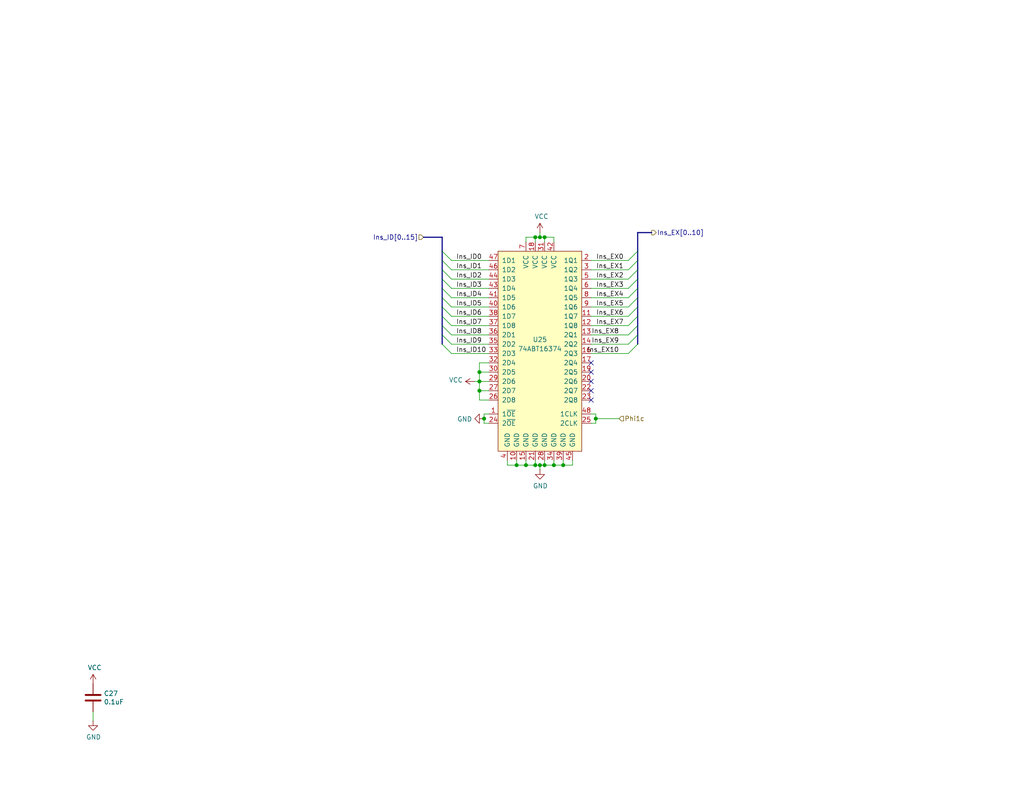
<source format=kicad_sch>
(kicad_sch (version 20250114) (generator "eeschema") (generator_version "9.0")
  (paper "USLetter")
  (title_block (date "2025-07-01") (rev "A"))
  (lib_symbols
    (symbol "Device:C" (pin_numbers (hide yes)) (pin_names (offset 0.254))
      (property "Reference" "C" (at 0.635 2.54 0))
      (property "Value" "C" (at 0.635 -2.54 0))
      (symbol "C_0_1"
        (polyline (pts (xy -2.032 0.762) (xy 2.032 0.762)) (stroke (width 0.508)))
        (polyline (pts (xy -2.032 -0.762) (xy 2.032 -0.762)) (stroke (width 0.508)))
      )
      (symbol "C_1_1"
        (pin passive line (at 0 3.81 270) (length 2.794) (name "~") (number "1"))
        (pin passive line (at 0 -3.81 90) (length 2.794) (name "~") (number "2"))
      )
    )
    (symbol "Turtle16:74ABT16374" (pin_names (offset 1.016))
      (symbol "74ABT16374_0_0"
        (pin input line (at -13.97 21.59 0) (length 2.54) (name "1D1") (number "47"))
        (pin input line (at -13.97 19.05 0) (length 2.54) (name "1D2") (number "46"))
        (pin input line (at -13.97 16.51 0) (length 2.54) (name "1D3") (number "44"))
        (pin input line (at -13.97 13.97 0) (length 2.54) (name "1D4") (number "43"))
        (pin input line (at -13.97 11.43 0) (length 2.54) (name "1D5") (number "41"))
        (pin input line (at -13.97 8.89 0) (length 2.54) (name "1D6") (number "40"))
        (pin input line (at -13.97 6.35 0) (length 2.54) (name "1D7") (number "38"))
        (pin input line (at -13.97 3.81 0) (length 2.54) (name "1D8") (number "37"))
        (pin input line (at -13.97 1.27 0) (length 2.54) (name "2D1") (number "36"))
        (pin input line (at -13.97 -1.27 0) (length 2.54) (name "2D2") (number "35"))
        (pin input line (at -13.97 -3.81 0) (length 2.54) (name "2D3") (number "33"))
        (pin input line (at -13.97 -6.35 0) (length 2.54) (name "2D4") (number "32"))
        (pin input line (at -13.97 -8.89 0) (length 2.54) (name "2D5") (number "30"))
        (pin input line (at -13.97 -11.43 0) (length 2.54) (name "2D6") (number "29"))
        (pin input line (at -13.97 -13.97 0) (length 2.54) (name "2D7") (number "27"))
        (pin input line (at -13.97 -16.51 0) (length 2.54) (name "2D8") (number "26"))
        (pin input line (at -13.97 -20.32 0) (length 2.54) (name "1~{OE}") (number "1"))
        (pin input line (at -13.97 -22.86 0) (length 2.54) (name "2~{OE}") (number "24"))
        (pin power_in line (at -8.89 -33.02 90) (length 2.54) (name "GND") (number "4"))
        (pin power_in line (at -6.35 -33.02 90) (length 2.54) (name "GND") (number "10"))
        (pin power_in line (at -3.81 26.67 270) (length 2.54) (name "VCC") (number "7"))
        (pin power_in line (at -3.81 -33.02 90) (length 2.54) (name "GND") (number "15"))
        (pin power_in line (at -1.27 26.67 270) (length 2.54) (name "VCC") (number "18"))
        (pin power_in line (at -1.27 -33.02 90) (length 2.54) (name "GND") (number "21"))
        (pin power_in line (at 1.27 26.67 270) (length 2.54) (name "VCC") (number "31"))
        (pin power_in line (at 1.27 -33.02 90) (length 2.54) (name "GND") (number "28"))
        (pin power_in line (at 3.81 26.67 270) (length 2.54) (name "VCC") (number "42"))
        (pin power_in line (at 3.81 -33.02 90) (length 2.54) (name "GND") (number "34"))
        (pin power_in line (at 6.35 -33.02 90) (length 2.54) (name "GND") (number "39"))
        (pin power_in line (at 8.89 -33.02 90) (length 2.54) (name "GND") (number "45"))
        (pin tri_state line (at 13.97 21.59 180) (length 2.54) (name "1Q1") (number "2"))
        (pin tri_state line (at 13.97 19.05 180) (length 2.54) (name "1Q2") (number "3"))
        (pin tri_state line (at 13.97 16.51 180) (length 2.54) (name "1Q3") (number "5"))
        (pin tri_state line (at 13.97 13.97 180) (length 2.54) (name "1Q4") (number "6"))
        (pin tri_state line (at 13.97 11.43 180) (length 2.54) (name "1Q5") (number "8"))
        (pin tri_state line (at 13.97 8.89 180) (length 2.54) (name "1Q6") (number "9"))
        (pin tri_state line (at 13.97 6.35 180) (length 2.54) (name "1Q7") (number "11"))
        (pin tri_state line (at 13.97 3.81 180) (length 2.54) (name "1Q8") (number "12"))
        (pin tri_state line (at 13.97 1.27 180) (length 2.54) (name "2Q1") (number "13"))
        (pin tri_state line (at 13.97 -1.27 180) (length 2.54) (name "2Q2") (number "14"))
        (pin tri_state line (at 13.97 -3.81 180) (length 2.54) (name "2Q3") (number "16"))
        (pin tri_state line (at 13.97 -6.35 180) (length 2.54) (name "2Q4") (number "17"))
        (pin tri_state line (at 13.97 -8.89 180) (length 2.54) (name "2Q5") (number "19"))
        (pin tri_state line (at 13.97 -11.43 180) (length 2.54) (name "2Q6") (number "20"))
        (pin tri_state line (at 13.97 -13.97 180) (length 2.54) (name "2Q7") (number "22"))
        (pin tri_state line (at 13.97 -16.51 180) (length 2.54) (name "2Q8") (number "23"))
        (pin input line (at 13.97 -20.32 180) (length 2.54) (name "1CLK") (number "48"))
        (pin input line (at 13.97 -22.86 180) (length 2.54) (name "2CLK") (number "25"))
      )
      (symbol "74ABT16374_0_1"
        (rectangle (start -11.43 24.13) (end 11.43 -30.48) (fill (type background)))
      )
    )
    (symbol "power:GND" (power) (pin_numbers (hide yes)) (pin_names (offset 0) (hide yes))
      (property "Value" "GND" (at 0 -3.81 0))
      (symbol "GND_0_1"
        (polyline (pts (xy 0 0) (xy 0 -1.27) (xy 1.27 -1.27) (xy 0 -2.54) (xy -1.27 -1.27) (xy 0 -1.27)))
      )
      (symbol "GND_1_1"
        (pin power_in line (at 0 0 270) (length 0) (name "~") (number "1"))
      )
    )
    (symbol "power:VCC" (power) (pin_numbers (hide yes)) (pin_names (offset 0) (hide yes))
      (property "Value" "VCC" (at 0 3.556 0))
      (symbol "VCC_0_1"
        (polyline (pts (xy -0.762 1.27) (xy 0 2.54)))
        (polyline (pts (xy 0 2.54) (xy 0.762 1.27)))
        (polyline (pts (xy 0 0) (xy 0 2.54)))
      )
      (symbol "VCC_1_1"
        (pin power_in line (at 0 0 90) (length 0) (name "~") (number "1"))
      )
    )
  )
  (junction (at 148.59 127))
  (junction (at 162.56 114.3))
  (junction (at 147.32 127))
  (junction (at 147.32 64.77))
  (junction (at 151.13 127))
  (junction (at 146.05 64.77))
  (junction (at 130.81 106.68))
  (junction (at 140.97 127))
  (junction (at 130.81 104.14))
  (junction (at 132.08 114.3))
  (junction (at 146.05 127))
  (junction (at 148.59 64.77))
  (junction (at 143.51 127))
  (junction (at 130.81 101.6))
  (junction (at 153.67 127))
  (no_connect (at 161.29 106.68))
  (no_connect (at 161.29 104.14))
  (no_connect (at 161.29 101.6))
  (no_connect (at 161.29 109.22))
  (no_connect (at 161.29 99.06))
  (bus_entry (at 173.99 93.98) (size -2.54 2.54))
  (bus_entry (at 173.99 88.9) (size -2.54 2.54))
  (bus_entry (at 173.99 91.44) (size -2.54 2.54))
  (bus_entry (at 173.99 71.12) (size -2.54 2.54))
  (bus_entry (at 120.65 91.44) (size 2.54 2.54))
  (bus_entry (at 120.65 93.98) (size 2.54 2.54))
  (bus_entry (at 120.65 88.9) (size 2.54 2.54))
  (bus_entry (at 120.65 78.74) (size 2.54 2.54))
  (bus_entry (at 120.65 76.2) (size 2.54 2.54))
  (bus_entry (at 120.65 68.58) (size 2.54 2.54))
  (bus_entry (at 120.65 81.28) (size 2.54 2.54))
  (bus_entry (at 173.99 68.58) (size -2.54 2.54))
  (bus_entry (at 173.99 81.28) (size -2.54 2.54))
  (bus_entry (at 173.99 86.36) (size -2.54 2.54))
  (bus_entry (at 173.99 78.74) (size -2.54 2.54))
  (bus_entry (at 120.65 73.66) (size 2.54 2.54))
  (bus_entry (at 173.99 73.66) (size -2.54 2.54))
  (bus_entry (at 173.99 76.2) (size -2.54 2.54))
  (bus_entry (at 120.65 83.82) (size 2.54 2.54))
  (bus_entry (at 173.99 83.82) (size -2.54 2.54))
  (bus_entry (at 120.65 71.12) (size 2.54 2.54))
  (bus_entry (at 120.65 86.36) (size 2.54 2.54))
  (wire (pts (xy 130.81 101.6) (xy 130.81 104.14)))
  (wire (pts (xy 133.35 106.68) (xy 130.81 106.68)))
  (wire (pts (xy 171.45 93.98) (xy 161.29 93.98)))
  (bus (pts (xy 115.57 64.77) (xy 120.65 64.77)))
  (wire (pts (xy 132.08 113.03) (xy 132.08 114.3)))
  (wire (pts (xy 171.45 86.36) (xy 161.29 86.36)))
  (wire (pts (xy 171.45 91.44) (xy 161.29 91.44)))
  (bus (pts (xy 173.99 78.74) (xy 173.99 81.28)))
  (bus (pts (xy 173.99 73.66) (xy 173.99 76.2)))
  (wire (pts (xy 171.45 83.82) (xy 161.29 83.82)))
  (wire (pts (xy 147.32 127) (xy 148.59 127)))
  (wire (pts (xy 162.56 114.3) (xy 168.91 114.3)))
  (wire (pts (xy 162.56 114.3) (xy 162.56 115.57)))
  (wire (pts (xy 130.81 109.22) (xy 133.35 109.22)))
  (wire (pts (xy 133.35 99.06) (xy 130.81 99.06)))
  (wire (pts (xy 171.45 73.66) (xy 161.29 73.66)))
  (bus (pts (xy 173.99 86.36) (xy 173.99 88.9)))
  (wire (pts (xy 147.32 127) (xy 147.32 128.27)))
  (wire (pts (xy 171.45 81.28) (xy 161.29 81.28)))
  (wire (pts (xy 123.19 73.66) (xy 133.35 73.66)))
  (bus (pts (xy 173.99 83.82) (xy 173.99 86.36)))
  (wire (pts (xy 123.19 88.9) (xy 133.35 88.9)))
  (wire (pts (xy 171.45 88.9) (xy 161.29 88.9)))
  (wire (pts (xy 133.35 104.14) (xy 130.81 104.14)))
  (wire (pts (xy 123.19 76.2) (xy 133.35 76.2)))
  (wire (pts (xy 153.67 127) (xy 156.21 127)))
  (wire (pts (xy 148.59 125.73) (xy 148.59 127)))
  (wire (pts (xy 143.51 127) (xy 146.05 127)))
  (bus (pts (xy 173.99 76.2) (xy 173.99 78.74)))
  (wire (pts (xy 148.59 66.04) (xy 148.59 64.77)))
  (wire (pts (xy 147.32 64.77) (xy 148.59 64.77)))
  (wire (pts (xy 146.05 66.04) (xy 146.05 64.77)))
  (wire (pts (xy 140.97 125.73) (xy 140.97 127)))
  (wire (pts (xy 133.35 101.6) (xy 130.81 101.6)))
  (wire (pts (xy 133.35 113.03) (xy 132.08 113.03)))
  (bus (pts (xy 120.65 64.77) (xy 120.65 68.58)))
  (wire (pts (xy 123.19 81.28) (xy 133.35 81.28)))
  (wire (pts (xy 143.51 66.04) (xy 143.51 64.77)))
  (bus (pts (xy 120.65 91.44) (xy 120.65 93.98)))
  (wire (pts (xy 123.19 96.52) (xy 133.35 96.52)))
  (bus (pts (xy 120.65 73.66) (xy 120.65 76.2)))
  (wire (pts (xy 171.45 78.74) (xy 161.29 78.74)))
  (bus (pts (xy 120.65 76.2) (xy 120.65 78.74)))
  (bus (pts (xy 120.65 68.58) (xy 120.65 71.12)))
  (wire (pts (xy 156.21 127) (xy 156.21 125.73)))
  (wire (pts (xy 151.13 64.77) (xy 151.13 66.04)))
  (bus (pts (xy 173.99 91.44) (xy 173.99 93.98)))
  (wire (pts (xy 146.05 64.77) (xy 147.32 64.77)))
  (bus (pts (xy 120.65 83.82) (xy 120.65 86.36)))
  (bus (pts (xy 120.65 81.28) (xy 120.65 83.82)))
  (bus (pts (xy 173.99 68.58) (xy 173.99 71.12)))
  (wire (pts (xy 138.43 127) (xy 140.97 127)))
  (bus (pts (xy 120.65 88.9) (xy 120.65 91.44)))
  (wire (pts (xy 171.45 71.12) (xy 161.29 71.12)))
  (wire (pts (xy 123.19 83.82) (xy 133.35 83.82)))
  (wire (pts (xy 153.67 125.73) (xy 153.67 127)))
  (wire (pts (xy 161.29 113.03) (xy 162.56 113.03)))
  (wire (pts (xy 123.19 86.36) (xy 133.35 86.36)))
  (wire (pts (xy 151.13 127) (xy 153.67 127)))
  (bus (pts (xy 120.65 78.74) (xy 120.65 81.28)))
  (bus (pts (xy 173.99 71.12) (xy 173.99 73.66)))
  (bus (pts (xy 120.65 71.12) (xy 120.65 73.66)))
  (wire (pts (xy 130.81 99.06) (xy 130.81 101.6)))
  (wire (pts (xy 132.08 115.57) (xy 133.35 115.57)))
  (wire (pts (xy 123.19 71.12) (xy 133.35 71.12)))
  (wire (pts (xy 123.19 78.74) (xy 133.35 78.74)))
  (wire (pts (xy 123.19 91.44) (xy 133.35 91.44)))
  (wire (pts (xy 148.59 127) (xy 151.13 127)))
  (wire (pts (xy 143.51 125.73) (xy 143.51 127)))
  (wire (pts (xy 171.45 76.2) (xy 161.29 76.2)))
  (bus (pts (xy 120.65 86.36) (xy 120.65 88.9)))
  (bus (pts (xy 173.99 88.9) (xy 173.99 91.44)))
  (wire (pts (xy 25.4 196.85) (xy 25.4 194.31)))
  (bus (pts (xy 177.8 63.5) (xy 173.99 63.5)))
  (bus (pts (xy 173.99 63.5) (xy 173.99 68.58)))
  (wire (pts (xy 147.32 63.5) (xy 147.32 64.77)))
  (wire (pts (xy 162.56 113.03) (xy 162.56 114.3)))
  (wire (pts (xy 132.08 114.3) (xy 132.08 115.57)))
  (wire (pts (xy 143.51 64.77) (xy 146.05 64.77)))
  (wire (pts (xy 130.81 104.14) (xy 130.81 106.68)))
  (wire (pts (xy 148.59 64.77) (xy 151.13 64.77)))
  (wire (pts (xy 146.05 127) (xy 147.32 127)))
  (wire (pts (xy 140.97 127) (xy 143.51 127)))
  (bus (pts (xy 173.99 81.28) (xy 173.99 83.82)))
  (wire (pts (xy 171.45 96.52) (xy 161.29 96.52)))
  (wire (pts (xy 130.81 104.14) (xy 129.54 104.14)))
  (wire (pts (xy 151.13 125.73) (xy 151.13 127)))
  (wire (pts (xy 162.56 115.57) (xy 161.29 115.57)))
  (wire (pts (xy 123.19 93.98) (xy 133.35 93.98)))
  (wire (pts (xy 146.05 125.73) (xy 146.05 127)))
  (wire (pts (xy 138.43 125.73) (xy 138.43 127)))
  (wire (pts (xy 130.81 106.68) (xy 130.81 109.22)))
  (label "Ins_EX1" (at 170.18 73.66 180))
  (label "Ins_ID2" (at 124.46 76.2 0))
  (label "Ins_EX0" (at 170.18 71.12 180))
  (label "Ins_EX4" (at 170.18 81.28 180))
  (label "Ins_EX7" (at 170.18 88.9 180))
  (label "Ins_ID7" (at 124.46 88.9 0))
  (label "Ins_ID9" (at 124.46 93.98 0))
  (label "Ins_EX10" (at 168.91 96.52 180))
  (label "Ins_EX9" (at 168.91 93.98 180))
  (label "Ins_ID8" (at 124.46 91.44 0))
  (label "Ins_ID5" (at 124.46 83.82 0))
  (label "Ins_ID10" (at 124.46 96.52 0))
  (label "Ins_EX2" (at 170.18 76.2 180))
  (label "Ins_ID3" (at 124.46 78.74 0))
  (label "Ins_ID6" (at 124.46 86.36 0))
  (label "Ins_ID4" (at 124.46 81.28 0))
  (label "Ins_EX5" (at 170.18 83.82 180))
  (label "Ins_EX8" (at 168.91 91.44 180))
  (label "Ins_EX6" (at 170.18 86.36 180))
  (label "Ins_ID0" (at 124.46 71.12 0))
  (label "Ins_ID1" (at 124.46 73.66 0))
  (label "Ins_EX3" (at 170.18 78.74 180))
  (hierarchical_label "Ins_EX[0..10]" (shape output) (at 177.8 63.5 0))
  (hierarchical_label "Phi1c" (shape input) (at 168.91 114.3 0))
  (hierarchical_label "Ins_ID[0..15]" (shape input) (at 115.57 64.77 180))
  (symbol (lib_id "power:GND") (at 132.08 114.3 270) (unit 1)
    (property "Reference" "#PWR065" (effects (hide yes)))
    (property "Value" "GND" (at 128.8288 114.427 90) (effects (justify right)))
    (property "Description" "Power symbol creates a global label with name \"GND\" , ground" (effects (hide yes)))
    (instances (project "" (path "" (reference "#PWR0580") (unit 1))) (project "" (path "" (reference "#PWR065") (unit 1))))
  )
  (symbol (lib_id "Device:C") (at 25.4 190.5 0) (unit 1)
    (property "Reference" "C14" (at 28.321 189.3316 0) (effects (justify left)))
    (property "Value" "0.1uF" (at 28.321 191.643 0) (effects (justify left)))
    (property "Footprint" "Capacitor_SMD:C_0603_1608Metric" (effects (hide yes)))
    (property "Datasheet" "https://www.mouser.com/datasheet/2/396/taiyo_yuden_12132018_mlcc11_hq_e-1510082.pdf" (effects (hide yes)))
    (property "Manufacturer" "Taiyo Yuden" (effects (hide yes)))
    (property "Manufacturer#" "EMK107B7104KAHT" (effects (hide yes)))
    (property "Mouser#" "963-EMK107B7104KAHT" (effects (hide yes)))
    (property "Digikey#" "587-6004-1-ND" (effects (hide yes)))
    (instances (project "" (path "" (reference "C27") (unit 1))) (project "" (path "" (reference "C14") (unit 1))))
  )
  (symbol (lib_id "power:VCC") (at 25.4 186.69 0) (unit 1)
    (property "Reference" "#PWR062" (effects (hide yes)))
    (property "Value" "VCC" (at 25.8318 182.2958 0))
    (property "Description" "Power symbol creates a global label with name \"VCC\"" (effects (hide yes)))
    (instances (project "" (path "" (reference "#PWR0582") (unit 1))) (project "" (path "" (reference "#PWR062") (unit 1))))
  )
  (symbol (lib_id "power:GND") (at 25.4 196.85 0) (unit 1)
    (property "Reference" "#PWR063" (effects (hide yes)))
    (property "Value" "GND" (at 25.527 201.2442 0))
    (property "Description" "Power symbol creates a global label with name \"GND\" , ground" (effects (hide yes)))
    (instances (project "" (path "" (reference "#PWR0583") (unit 1))) (project "" (path "" (reference "#PWR063") (unit 1))))
  )
  (symbol (lib_id "power:VCC") (at 129.54 104.14 90) (unit 1)
    (property "Reference" "#PWR064" (effects (hide yes)))
    (property "Value" "VCC" (at 126.3142 103.759 90) (effects (justify left)))
    (property "Description" "Power symbol creates a global label with name \"VCC\"" (effects (hide yes)))
    (instances (project "" (path "" (reference "#PWR0579") (unit 1))) (project "" (path "" (reference "#PWR064") (unit 1))))
  )
  (symbol (lib_id "power:VCC") (at 147.32 63.5 0) (unit 1)
    (property "Reference" "#PWR066" (effects (hide yes)))
    (property "Value" "VCC" (at 147.7518 59.1058 0))
    (property "Description" "Power symbol creates a global label with name \"VCC\"" (effects (hide yes)))
    (instances (project "" (path "" (reference "#PWR0578") (unit 1))) (project "" (path "" (reference "#PWR066") (unit 1))))
  )
  (symbol (lib_id "power:GND") (at 147.32 128.27 0) (unit 1)
    (property "Reference" "#PWR067" (effects (hide yes)))
    (property "Value" "GND" (at 147.447 132.6642 0))
    (property "Description" "Power symbol creates a global label with name \"GND\" , ground" (effects (hide yes)))
    (instances (project "" (path "" (reference "#PWR0581") (unit 1))) (project "" (path "" (reference "#PWR067") (unit 1))))
  )
  (symbol (lib_id "Turtle16:74ABT16374") (at 147.32 92.71 0) (unit 1)
    (property "Reference" "U14" (at 147.32 92.71 0))
    (property "Value" "74ABT16374" (at 147.32 95.25 0))
    (property "Footprint" "Package_SO:TSSOP-48_6.1x12.5mm_P0.5mm" (effects (hide yes)))
    (property "Datasheet" "https://www.ti.com/general/docs/suppproductinfo.tsp?distId=26&gotoUrl=https://www.ti.com/lit/gpn/sn74abt16374a" (effects (hide yes)))
    (property "Manufacturer" "Texas Instruments" (effects (hide yes)))
    (property "Manufacturer#" "SN74ABT16374ADGGR" (effects (hide yes)))
    (property "Mouser#" "595-SNABT16374ADGGR" (effects (hide yes)))
    (property "Digikey#" "296-3900-1-ND" (effects (hide yes)))
    (instances (project "" (path "" (reference "U25") (unit 1))) (project "" (path "" (reference "U14") (unit 1))))
  )
)
</source>
